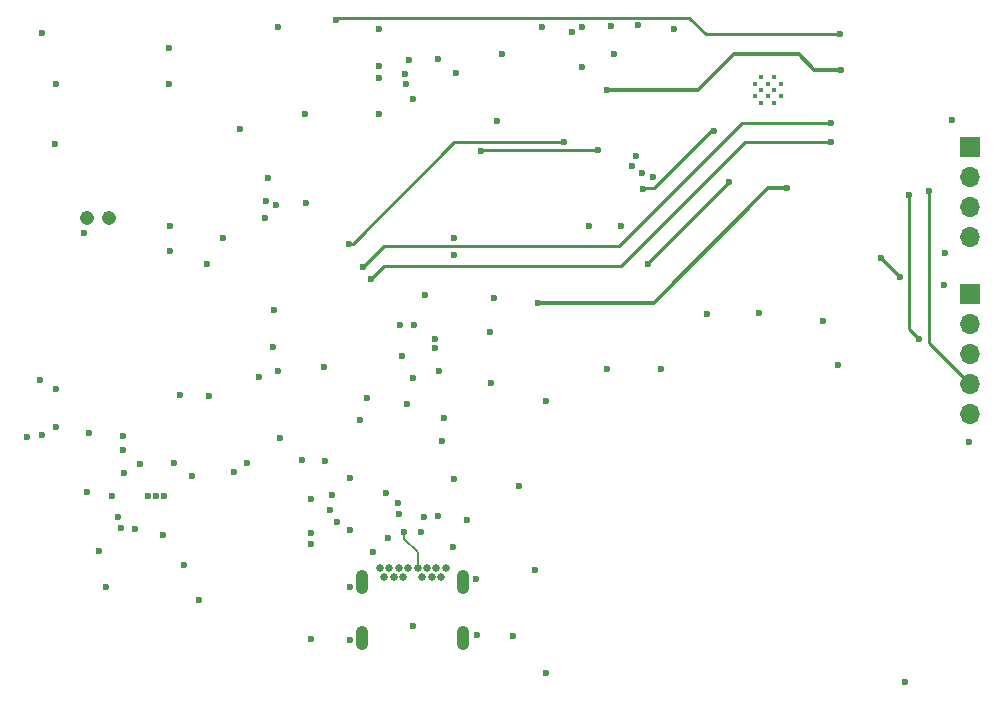
<source format=gbl>
%TF.GenerationSoftware,KiCad,Pcbnew,9.0.0*%
%TF.CreationDate,2025-05-12T22:40:26+02:00*%
%TF.ProjectId,ESP32_PeterDalmaris_Board,45535033-325f-4506-9574-657244616c6d,rev?*%
%TF.SameCoordinates,Original*%
%TF.FileFunction,Copper,L4,Bot*%
%TF.FilePolarity,Positive*%
%FSLAX46Y46*%
G04 Gerber Fmt 4.6, Leading zero omitted, Abs format (unit mm)*
G04 Created by KiCad (PCBNEW 9.0.0) date 2025-05-12 22:40:26*
%MOMM*%
%LPD*%
G01*
G04 APERTURE LIST*
%TA.AperFunction,ComponentPad*%
%ADD10C,1.208000*%
%TD*%
%TA.AperFunction,ComponentPad*%
%ADD11R,1.700000X1.700000*%
%TD*%
%TA.AperFunction,ComponentPad*%
%ADD12O,1.700000X1.700000*%
%TD*%
%TA.AperFunction,ComponentPad*%
%ADD13C,0.650000*%
%TD*%
%TA.AperFunction,ComponentPad*%
%ADD14O,1.050000X2.100000*%
%TD*%
%TA.AperFunction,ComponentPad*%
%ADD15C,0.400000*%
%TD*%
%TA.AperFunction,ViaPad*%
%ADD16C,0.600000*%
%TD*%
%TA.AperFunction,Conductor*%
%ADD17C,0.250000*%
%TD*%
%TA.AperFunction,Conductor*%
%ADD18C,0.254000*%
%TD*%
%TA.AperFunction,Conductor*%
%ADD19C,0.200000*%
%TD*%
%TA.AperFunction,Conductor*%
%ADD20C,0.300000*%
%TD*%
G04 APERTURE END LIST*
D10*
%TO.P,MK1,GND*%
%TO.N,GND*%
X121800000Y-67000000D03*
%TO.P,MK1,OUT*%
%TO.N,Net-(C18-Pad1)*%
X123700000Y-67000000D03*
%TD*%
D11*
%TO.P,J5,1,Pin_1*%
%TO.N,+3.3V*%
X196600000Y-73500000D03*
D12*
%TO.P,J5,2,Pin_2*%
%TO.N,/ESP32/GPIO8*%
X196600000Y-76040000D03*
%TO.P,J5,3,Pin_3*%
%TO.N,/ESP32/GPIO18*%
X196600000Y-78580000D03*
%TO.P,J5,4,Pin_4*%
%TO.N,/ESP32/GPIO19*%
X196600000Y-81120000D03*
%TO.P,J5,5,Pin_5*%
%TO.N,GND*%
X196600000Y-83660000D03*
%TD*%
D13*
%TO.P,J1,B1,GNDB1*%
%TO.N,GND*%
X152200000Y-96709500D03*
%TO.P,J1,B2,SSTXP2*%
%TO.N,unconnected-(J1-SSTXP2-PadB2)*%
X151800000Y-97419500D03*
%TO.P,J1,B3,SSTXN2*%
%TO.N,unconnected-(J1-SSTXN2-PadB3)*%
X151000000Y-97419500D03*
%TO.P,J1,B4,VBUSB1*%
%TO.N,/VBUS*%
X150600000Y-96709500D03*
%TO.P,J1,B5,CC2*%
%TO.N,Net-(J1-CC2)*%
X150200000Y-97419500D03*
%TO.P,J1,B6,DP2*%
%TO.N,/USB_DP*%
X149800000Y-96709500D03*
%TO.P,J1,B7,DN2*%
%TO.N,/USB_DN*%
X149000000Y-96709500D03*
%TO.P,J1,B8,SBU2*%
%TO.N,unconnected-(J1-SBU2-PadB8)*%
X148600000Y-97419500D03*
%TO.P,J1,B9,VBUSB2*%
%TO.N,/VBUS*%
X148200000Y-96709500D03*
%TO.P,J1,B10,SSRXN1*%
%TO.N,unconnected-(J1-SSRXN1-PadB10)*%
X147800000Y-97419500D03*
%TO.P,J1,B11,SSRXP1*%
%TO.N,unconnected-(J1-SSRXP1-PadB11)*%
X147000000Y-97419500D03*
%TO.P,J1,B12,GNDB2*%
%TO.N,GND*%
X146600000Y-96709500D03*
%TO.P,J1,G1,GND/SHIELD*%
X151400000Y-96709500D03*
%TO.P,J1,G2,GND/SHIELD*%
X147400000Y-96709500D03*
D14*
%TO.P,J1,S1,GND/SHIELD*%
X145130000Y-97859500D03*
%TO.P,J1,S2,GND/SHIELD*%
X153670000Y-97859500D03*
%TO.P,J1,S3,GND/SHIELD*%
X145130000Y-102589500D03*
%TO.P,J1,S4,GND/SHIELD*%
X153670000Y-102589500D03*
%TD*%
D15*
%TO.P,U2,28,GND*%
%TO.N,GND*%
X178910000Y-55100000D03*
%TO.P,U2,29,GND*%
X180010000Y-55100000D03*
%TO.P,U2,30,GND*%
X178360000Y-55650000D03*
%TO.P,U2,31,GND*%
X179460000Y-55650000D03*
%TO.P,U2,32,GND*%
X180560000Y-55650000D03*
%TO.P,U2,33,GND*%
X178910000Y-56200000D03*
%TO.P,U2,34,GND*%
X180010000Y-56200000D03*
%TO.P,U2,35,GND*%
X178360000Y-56750000D03*
%TO.P,U2,36,GND*%
X179460000Y-56750000D03*
%TO.P,U2,37,GND*%
X180560000Y-56750000D03*
%TO.P,U2,38,GND*%
X178910000Y-57300000D03*
%TO.P,U2,39,GND*%
X180010000Y-57300000D03*
%TD*%
D11*
%TO.P,J4,1,Pin_1*%
%TO.N,+3.3V*%
X196600000Y-61064000D03*
D12*
%TO.P,J4,2,Pin_2*%
%TO.N,/ESP32/SDA*%
X196600000Y-63604000D03*
%TO.P,J4,3,Pin_3*%
%TO.N,/ESP32/SCL*%
X196600000Y-66144000D03*
%TO.P,J4,4,Pin_4*%
%TO.N,GND*%
X196600000Y-68684000D03*
%TD*%
D16*
%TO.N,GND*%
X128775000Y-55650000D03*
X128750000Y-52675000D03*
X119225000Y-55700000D03*
X117987500Y-51337500D03*
%TO.N,/VBUS*%
X147275000Y-94100000D03*
X148200000Y-92075000D03*
X150375000Y-92350000D03*
X149400000Y-80550000D03*
X152000000Y-84000000D03*
X151500000Y-92300000D03*
X147100000Y-90325000D03*
X148150000Y-91150000D03*
%TO.N,GND*%
X154000000Y-92600000D03*
X122000000Y-85200000D03*
X145500000Y-82300000D03*
X178700000Y-75100000D03*
X185400000Y-79500000D03*
X194475000Y-70000000D03*
X127000000Y-90550000D03*
X160700000Y-82500000D03*
X196500000Y-86000000D03*
X144950000Y-84150000D03*
X121575000Y-68325000D03*
X124850000Y-85500000D03*
X137150000Y-63650000D03*
X146500000Y-58250000D03*
X170400000Y-79850000D03*
X135350000Y-87750000D03*
X140400000Y-65800000D03*
X140750000Y-102650000D03*
X154750000Y-97600000D03*
X132150000Y-82100000D03*
X117850000Y-80725000D03*
X133300000Y-68750000D03*
X144050000Y-98300000D03*
X146550000Y-51050000D03*
X122800000Y-95200000D03*
X130675000Y-88850000D03*
X168000000Y-62650000D03*
X131950000Y-70900000D03*
X159750000Y-96850000D03*
X148450000Y-78700000D03*
X152850000Y-70150000D03*
X128850000Y-69850000D03*
X137950000Y-50900000D03*
X152830250Y-94880250D03*
X148300000Y-76100000D03*
X160700000Y-105600000D03*
X151600000Y-79950000D03*
X169775000Y-63525000D03*
X191100000Y-106300000D03*
X168825000Y-63200000D03*
X149500000Y-76100000D03*
X149450000Y-56950000D03*
X144050000Y-102800000D03*
X134750000Y-59485000D03*
X167000000Y-67700000D03*
X119075000Y-60750000D03*
X152900000Y-89150000D03*
X129700000Y-82000000D03*
X151575000Y-53550000D03*
X154800000Y-102350000D03*
X129150000Y-87750000D03*
X168325000Y-61777000D03*
X146050000Y-95300000D03*
X150450000Y-73550000D03*
X165850000Y-79850000D03*
X166400000Y-53150000D03*
X157850000Y-102400000D03*
X128300000Y-90550000D03*
X149400000Y-101600000D03*
X156050000Y-81000000D03*
X151900000Y-85900000D03*
X148950000Y-82750000D03*
X131300000Y-99350000D03*
X134300000Y-88550000D03*
X163700000Y-54250000D03*
X119200000Y-81550000D03*
X148716656Y-54850000D03*
X127650000Y-90550000D03*
X123450000Y-98300000D03*
%TO.N,+5V*%
X124725000Y-93250000D03*
X125850000Y-93350000D03*
X124437500Y-92312500D03*
X140050000Y-87550000D03*
X142000000Y-87600000D03*
X144100000Y-89050000D03*
%TO.N,/VBAT*%
X119150000Y-84750000D03*
X124950000Y-88650000D03*
X124900000Y-86650000D03*
X126300000Y-87850000D03*
X117975000Y-85375000D03*
X116775000Y-85550000D03*
%TO.N,+3.3V*%
X151300000Y-78025000D03*
X148850000Y-55725000D03*
X195025000Y-58725000D03*
X146500000Y-54200000D03*
X168475000Y-50725000D03*
X140300673Y-58249327D03*
X171525000Y-51000000D03*
X156300000Y-73800000D03*
X156550000Y-58800000D03*
X137950000Y-80000000D03*
X137600000Y-78000000D03*
X162850000Y-51300000D03*
X164300000Y-67700000D03*
X158350000Y-89700000D03*
X151300000Y-77300000D03*
X128850000Y-67700000D03*
X137650000Y-74800000D03*
X136400000Y-80500000D03*
X141850000Y-79650000D03*
X149050000Y-53650000D03*
X156950000Y-53137500D03*
X136850000Y-67050000D03*
X166200000Y-50800000D03*
X184100000Y-75800000D03*
X174300000Y-75200000D03*
X163700000Y-50900000D03*
X146550000Y-55150000D03*
X153075000Y-54725000D03*
X137000000Y-65600000D03*
X138150000Y-85700000D03*
X155950000Y-76650000D03*
X160350000Y-50837500D03*
X152900000Y-68750000D03*
X194400000Y-72700000D03*
X137850000Y-65900000D03*
%TO.N,/ESP32/MIC_OUT*%
X144000000Y-69200000D03*
X162200000Y-60600000D03*
X174925000Y-59675000D03*
X168850000Y-64550000D03*
%TO.N,/ESP32/BOOT*%
X155150000Y-61350000D03*
X165100000Y-61300000D03*
%TO.N,/+5V_USB*%
X140750000Y-90850000D03*
X144100000Y-93425000D03*
X142525000Y-90525000D03*
X142950000Y-92775000D03*
X142425000Y-91750000D03*
X123900000Y-90550000D03*
X128250000Y-93850000D03*
X140800000Y-93700000D03*
X130025000Y-96400000D03*
X140750000Y-94650000D03*
X121850000Y-90200000D03*
%TO.N,/USB_DP*%
X148625000Y-93650000D03*
%TO.N,/USB_DN*%
X150132546Y-93613943D03*
%TO.N,/ESP32/SCL*%
X185675000Y-54500000D03*
X165850000Y-56200000D03*
%TO.N,/ESP32/GPIO8*%
X190625000Y-72025000D03*
X189050000Y-70450000D03*
%TO.N,/ESP32/GPIO18*%
X191400000Y-65100000D03*
X192250000Y-77250000D03*
%TO.N,/ESP32/GPIO19*%
X193100000Y-64750000D03*
%TO.N,/ESP32/PHOTO_C*%
X185600000Y-51500000D03*
X142900000Y-50300000D03*
%TO.N,/ESP32/MISO*%
X176200000Y-64025000D03*
X169275000Y-70925000D03*
%TO.N,/ESP32/CS*%
X160000000Y-74200000D03*
X181100000Y-64500000D03*
%TO.N,/ESP32/TXD*%
X184800000Y-59000000D03*
X145200000Y-71200000D03*
%TO.N,/ESP32/RXD*%
X184800000Y-60600000D03*
X145900000Y-72200000D03*
%TD*%
D17*
%TO.N,/ESP32/GPIO18*%
X191400000Y-76400000D02*
X191400000Y-65100000D01*
X192250000Y-77250000D02*
X191400000Y-76400000D01*
%TO.N,/ESP32/GPIO19*%
X193100000Y-64750000D02*
X193100000Y-77620000D01*
X193100000Y-77620000D02*
X196600000Y-81120000D01*
%TO.N,/ESP32/MIC_OUT*%
X144300000Y-69200000D02*
X152900000Y-60600000D01*
D18*
X169825000Y-64525000D02*
X174675000Y-59675000D01*
D17*
X152900000Y-60600000D02*
X162200000Y-60600000D01*
X144000000Y-69200000D02*
X144300000Y-69200000D01*
D18*
X168875000Y-64525000D02*
X169825000Y-64525000D01*
X168850000Y-64550000D02*
X168875000Y-64525000D01*
X174675000Y-59675000D02*
X174925000Y-59675000D01*
D17*
%TO.N,/ESP32/BOOT*%
X155200000Y-61300000D02*
X155150000Y-61350000D01*
X165100000Y-61300000D02*
X155200000Y-61300000D01*
D19*
%TO.N,/USB_DP*%
X148533724Y-93608724D02*
X148525000Y-93600000D01*
X149800000Y-96709500D02*
X149800000Y-95350000D01*
X149800000Y-95350000D02*
X148625000Y-94175000D01*
X148625000Y-94175000D02*
X148625000Y-93650000D01*
D20*
%TO.N,/ESP32/SCL*%
X185675000Y-54500000D02*
X183400000Y-54500000D01*
X183400000Y-54500000D02*
X182075000Y-53175000D01*
X173550000Y-56200000D02*
X165850000Y-56200000D01*
X182075000Y-53175000D02*
X176575000Y-53175000D01*
X176575000Y-53175000D02*
X173550000Y-56200000D01*
D17*
%TO.N,/ESP32/GPIO8*%
X190625000Y-72025000D02*
X189050000Y-70450000D01*
%TO.N,/ESP32/PHOTO_C*%
X172800000Y-50100000D02*
X143100000Y-50100000D01*
X185600000Y-51500000D02*
X174200000Y-51500000D01*
X143100000Y-50100000D02*
X142900000Y-50300000D01*
X174200000Y-51500000D02*
X172800000Y-50100000D01*
D20*
%TO.N,/ESP32/MISO*%
X176200000Y-64025000D02*
X175987000Y-64238000D01*
X175962000Y-64238000D02*
X169275000Y-70925000D01*
X175987000Y-64238000D02*
X175962000Y-64238000D01*
%TO.N,/ESP32/CS*%
X181100000Y-64500000D02*
X179500000Y-64500000D01*
X179500000Y-64500000D02*
X169800000Y-74200000D01*
X169800000Y-74200000D02*
X160000000Y-74200000D01*
D17*
%TO.N,/ESP32/TXD*%
X145200000Y-71200000D02*
X147000000Y-69400000D01*
X166900000Y-69400000D02*
X177275000Y-59025000D01*
X147000000Y-69400000D02*
X166900000Y-69400000D01*
X177275000Y-59025000D02*
X184775000Y-59025000D01*
D19*
X184775000Y-59025000D02*
X184800000Y-59000000D01*
D17*
%TO.N,/ESP32/RXD*%
X145900000Y-72200000D02*
X147000000Y-71100000D01*
X147000000Y-71100000D02*
X167000000Y-71100000D01*
X167000000Y-71100000D02*
X177500000Y-60600000D01*
X177500000Y-60600000D02*
X184800000Y-60600000D01*
%TD*%
M02*

</source>
